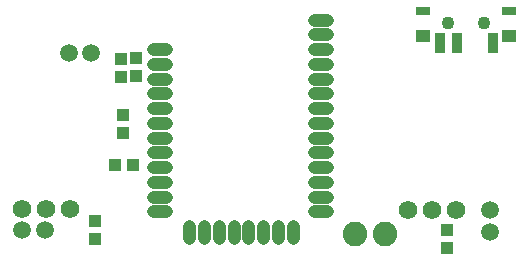
<source format=gbr>
G04 EAGLE Gerber RS-274X export*
G75*
%MOMM*%
%FSLAX34Y34*%
%LPD*%
%INSoldermask Top*%
%IPPOS*%
%AMOC8*
5,1,8,0,0,1.08239X$1,22.5*%
G01*
%ADD10C,1.066800*%
%ADD11C,1.562800*%
%ADD12R,1.003200X1.003200*%
%ADD13C,2.082800*%
%ADD14C,1.512800*%
%ADD15R,0.903200X1.703200*%
%ADD16R,1.203200X0.803200*%
%ADD17R,1.203200X1.003200*%
%ADD18C,1.103200*%


D10*
X198720Y17714D02*
X198720Y28128D01*
X211217Y28128D02*
X211217Y17714D01*
X223714Y17714D02*
X223714Y28128D01*
X236210Y28128D02*
X236210Y17714D01*
X248707Y17714D02*
X248707Y28128D01*
X261204Y28128D02*
X261204Y17714D01*
X273701Y17714D02*
X273701Y28128D01*
X286197Y28128D02*
X286197Y17714D01*
X178527Y177861D02*
X168113Y177861D01*
X168113Y165364D02*
X178527Y165364D01*
X178527Y152867D02*
X168113Y152867D01*
X168113Y140370D02*
X178527Y140370D01*
X178527Y127873D02*
X168113Y127873D01*
X168113Y115377D02*
X178527Y115377D01*
X178527Y102880D02*
X168113Y102880D01*
X168113Y90383D02*
X178527Y90383D01*
X178527Y77886D02*
X168113Y77886D01*
X168113Y65389D02*
X178527Y65389D01*
X178527Y52893D02*
X168113Y52893D01*
X168113Y40396D02*
X178527Y40396D01*
X304511Y40447D02*
X314925Y40447D01*
X314925Y52943D02*
X304511Y52943D01*
X304511Y65440D02*
X314925Y65440D01*
X314925Y77937D02*
X304511Y77937D01*
X304511Y90434D02*
X314925Y90434D01*
X314925Y102930D02*
X304511Y102930D01*
X304511Y115427D02*
X314925Y115427D01*
X314925Y127924D02*
X304511Y127924D01*
X304511Y140421D02*
X314925Y140421D01*
X314925Y152918D02*
X304511Y152918D01*
X304511Y165414D02*
X314925Y165414D01*
X314925Y177911D02*
X304511Y177911D01*
X304511Y190408D02*
X314925Y190408D01*
X314925Y202905D02*
X304511Y202905D01*
D11*
X383700Y41840D03*
X404020Y41840D03*
X424340Y41840D03*
X97500Y42290D03*
X77180Y42290D03*
X56860Y42290D03*
D12*
X417110Y24830D03*
X417110Y9590D03*
X142140Y107100D03*
X142140Y122340D03*
X119140Y16950D03*
X119140Y32190D03*
X140560Y169660D03*
X140560Y154420D03*
X153100Y170060D03*
X153100Y154820D03*
D13*
X338780Y21660D03*
X364180Y21660D03*
D12*
X135590Y79860D03*
X150830Y79860D03*
D14*
X452910Y41910D03*
X452910Y22860D03*
X115570Y174470D03*
X96520Y174470D03*
X57178Y24384D03*
X76228Y24384D03*
D15*
X410570Y182680D03*
X425570Y182680D03*
X455570Y182680D03*
D16*
X396570Y210180D03*
D17*
X396570Y189180D03*
D16*
X469570Y210180D03*
D17*
X469570Y189180D03*
D18*
X418070Y200180D03*
X448070Y200180D03*
M02*

</source>
